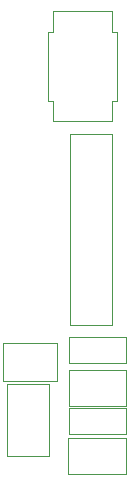
<source format=gbr>
%TF.GenerationSoftware,KiCad,Pcbnew,9.0.2+dfsg-1*%
%TF.CreationDate,2025-10-31T17:19:17+01:00*%
%TF.ProjectId,attiny,61747469-6e79-42e6-9b69-6361645f7063,rev?*%
%TF.SameCoordinates,Original*%
%TF.FileFunction,Other,User*%
%FSLAX46Y46*%
G04 Gerber Fmt 4.6, Leading zero omitted, Abs format (unit mm)*
G04 Created by KiCad (PCBNEW 9.0.2+dfsg-1) date 2025-10-31 17:19:17*
%MOMM*%
%LPD*%
G01*
G04 APERTURE LIST*
%ADD10C,0.050000*%
G04 APERTURE END LIST*
D10*
%TO.C,D1*%
X150510000Y-79290000D02*
X150510000Y-82310000D01*
X150510000Y-82310000D02*
X155350000Y-82310000D01*
X155350000Y-79290000D02*
X150510000Y-79290000D01*
X155350000Y-82310000D02*
X155350000Y-79290000D01*
%TO.C,D2*%
X150450000Y-85090000D02*
X150450000Y-88110000D01*
X150450000Y-88110000D02*
X155290000Y-88110000D01*
X155290000Y-85090000D02*
X150450000Y-85090000D01*
X155290000Y-88110000D02*
X155290000Y-85090000D01*
%TO.C,R2*%
X150462500Y-82470000D02*
X155362500Y-82470000D01*
X150462500Y-84730000D02*
X150462500Y-82470000D01*
X155362500Y-82470000D02*
X155362500Y-84730000D01*
X155362500Y-84730000D02*
X150462500Y-84730000D01*
%TO.C,J3*%
X145230000Y-80490000D02*
X145230000Y-86580000D01*
X145230000Y-86580000D02*
X148770000Y-86580000D01*
X148770000Y-80490000D02*
X145230000Y-80490000D01*
X148770000Y-86580000D02*
X148770000Y-80490000D01*
%TO.C,R1*%
X150462500Y-76470000D02*
X155362500Y-76470000D01*
X150462500Y-78730000D02*
X150462500Y-76470000D01*
X155362500Y-76470000D02*
X155362500Y-78730000D01*
X155362500Y-78730000D02*
X150462500Y-78730000D01*
%TO.C,J1*%
X150630000Y-59280000D02*
X150630000Y-75520000D01*
X150630000Y-75520000D02*
X154170000Y-75520000D01*
X154170000Y-59280000D02*
X150630000Y-59280000D01*
X154170000Y-75520000D02*
X154170000Y-59280000D01*
%TO.C,J4*%
X144950000Y-77000000D02*
X144950000Y-80200000D01*
X144950000Y-77000000D02*
X149450000Y-77000000D01*
X149450000Y-80200000D02*
X144950000Y-80200000D01*
X149450000Y-80200000D02*
X149450000Y-77000000D01*
%TO.C,U1*%
X148735000Y-50687500D02*
X149155000Y-50687500D01*
X148735000Y-56487500D02*
X148735000Y-50687500D01*
X149155000Y-48937500D02*
X154115000Y-48937500D01*
X149155000Y-50687500D02*
X149155000Y-48937500D01*
X149155000Y-56487500D02*
X148735000Y-56487500D01*
X149155000Y-58237500D02*
X149155000Y-56487500D01*
X154115000Y-48937500D02*
X154115000Y-50687500D01*
X154115000Y-50687500D02*
X154535000Y-50687500D01*
X154115000Y-56487500D02*
X154115000Y-58237500D01*
X154115000Y-58237500D02*
X149155000Y-58237500D01*
X154535000Y-50687500D02*
X154535000Y-56487500D01*
X154535000Y-56487500D02*
X154115000Y-56487500D01*
%TD*%
M02*

</source>
